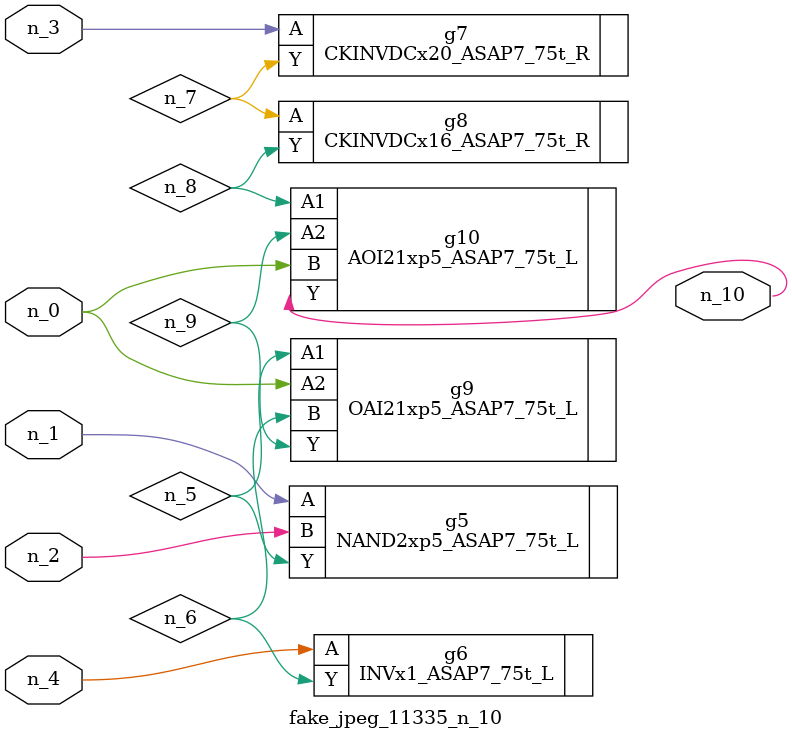
<source format=v>
module fake_jpeg_11335_n_10 (n_3, n_2, n_1, n_0, n_4, n_10);

input n_3;
input n_2;
input n_1;
input n_0;
input n_4;

output n_10;

wire n_8;
wire n_9;
wire n_6;
wire n_5;
wire n_7;

NAND2xp5_ASAP7_75t_L g5 ( 
.A(n_1),
.B(n_2),
.Y(n_5)
);

INVx1_ASAP7_75t_L g6 ( 
.A(n_4),
.Y(n_6)
);

CKINVDCx20_ASAP7_75t_R g7 ( 
.A(n_3),
.Y(n_7)
);

CKINVDCx16_ASAP7_75t_R g8 ( 
.A(n_7),
.Y(n_8)
);

AOI21xp5_ASAP7_75t_L g10 ( 
.A1(n_8),
.A2(n_9),
.B(n_0),
.Y(n_10)
);

OAI21xp5_ASAP7_75t_L g9 ( 
.A1(n_5),
.A2(n_0),
.B(n_6),
.Y(n_9)
);


endmodule
</source>
